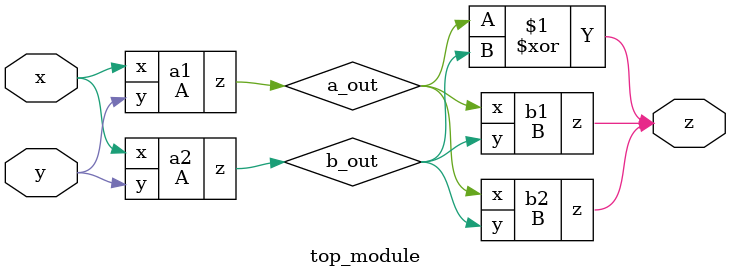
<source format=sv>
module A(
    input x,
    input y,
    output z);
    
    assign z = (x ^ y) & x;
    
endmodule
module B(
    input x,
    input y,
    output z);
    
    reg z;
    
    always @(*)
    begin
        #5 z = (x & y) | z;
    end
    
endmodule
module top_module(
    input x,
    input y,
    output z);
    
    wire a_out, b_out;
    
    A a1(
        .x(x),
        .y(y),
        .z(a_out)
    );
    
    A a2(
        .x(x),
        .y(y),
        .z(b_out)
    );
    
    B b1(
        .x(a_out),
        .y(b_out),
        .z(z)
    );
    
    B b2(
        .x(a_out),
        .y(b_out),
        .z(z)
    );
    
    assign z = a_out ^ b_out;
    
endmodule

</source>
